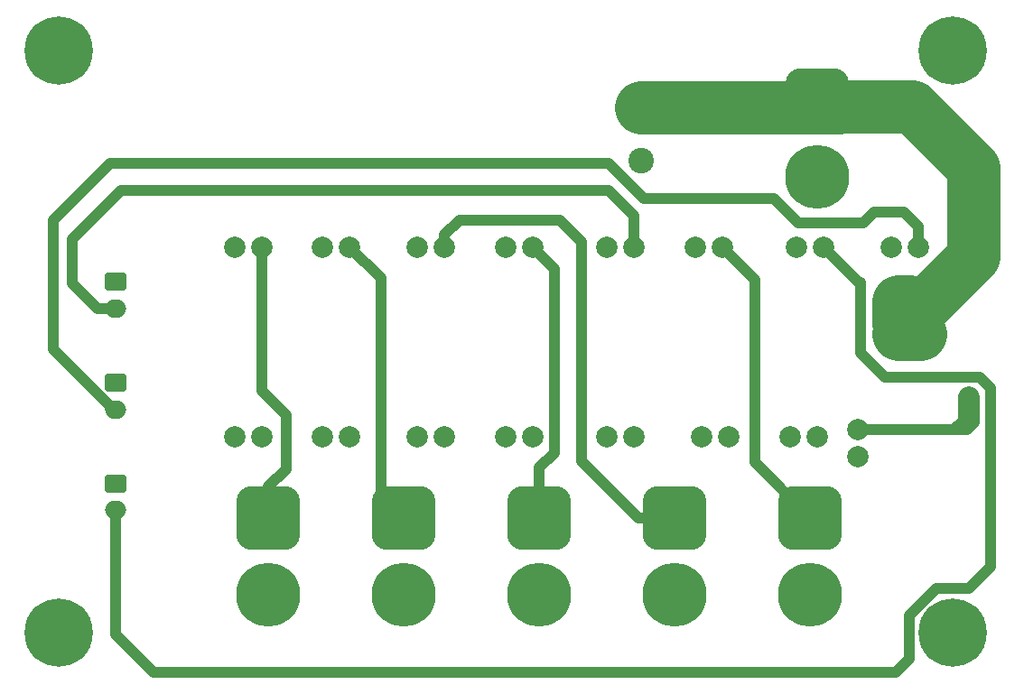
<source format=gbr>
%TF.GenerationSoftware,KiCad,Pcbnew,7.0.5*%
%TF.CreationDate,2023-08-26T19:15:34+09:00*%
%TF.ProjectId,18to12_DCDC,3138746f-3132-45f4-9443-44432e6b6963,rev?*%
%TF.SameCoordinates,Original*%
%TF.FileFunction,Copper,L2,Bot*%
%TF.FilePolarity,Positive*%
%FSLAX46Y46*%
G04 Gerber Fmt 4.6, Leading zero omitted, Abs format (unit mm)*
G04 Created by KiCad (PCBNEW 7.0.5) date 2023-08-26 19:15:34*
%MOMM*%
%LPD*%
G01*
G04 APERTURE LIST*
G04 Aperture macros list*
%AMRoundRect*
0 Rectangle with rounded corners*
0 $1 Rounding radius*
0 $2 $3 $4 $5 $6 $7 $8 $9 X,Y pos of 4 corners*
0 Add a 4 corners polygon primitive as box body*
4,1,4,$2,$3,$4,$5,$6,$7,$8,$9,$2,$3,0*
0 Add four circle primitives for the rounded corners*
1,1,$1+$1,$2,$3*
1,1,$1+$1,$4,$5*
1,1,$1+$1,$6,$7*
1,1,$1+$1,$8,$9*
0 Add four rect primitives between the rounded corners*
20,1,$1+$1,$2,$3,$4,$5,0*
20,1,$1+$1,$4,$5,$6,$7,0*
20,1,$1+$1,$6,$7,$8,$9,0*
20,1,$1+$1,$8,$9,$2,$3,0*%
G04 Aperture macros list end*
%TA.AperFunction,ComponentPad*%
%ADD10C,0.800000*%
%TD*%
%TA.AperFunction,ComponentPad*%
%ADD11C,6.400000*%
%TD*%
%TA.AperFunction,ComponentPad*%
%ADD12C,2.000000*%
%TD*%
%TA.AperFunction,ComponentPad*%
%ADD13RoundRect,0.250000X-0.750000X0.600000X-0.750000X-0.600000X0.750000X-0.600000X0.750000X0.600000X0*%
%TD*%
%TA.AperFunction,ComponentPad*%
%ADD14O,2.000000X1.700000*%
%TD*%
%TA.AperFunction,ComponentPad*%
%ADD15C,6.000000*%
%TD*%
%TA.AperFunction,ComponentPad*%
%ADD16RoundRect,1.500000X1.500000X-1.500000X1.500000X1.500000X-1.500000X1.500000X-1.500000X-1.500000X0*%
%TD*%
%TA.AperFunction,ComponentPad*%
%ADD17R,2.400000X2.400000*%
%TD*%
%TA.AperFunction,ComponentPad*%
%ADD18C,2.400000*%
%TD*%
%TA.AperFunction,ViaPad*%
%ADD19C,0.800000*%
%TD*%
%TA.AperFunction,Conductor*%
%ADD20C,2.000000*%
%TD*%
%TA.AperFunction,Conductor*%
%ADD21C,1.000000*%
%TD*%
%TA.AperFunction,Conductor*%
%ADD22C,5.000000*%
%TD*%
G04 APERTURE END LIST*
D10*
%TO.P,H2,1*%
%TO.N,N/C*%
X81420000Y-131445000D03*
X82122944Y-129747944D03*
X82122944Y-133142056D03*
X83820000Y-129045000D03*
D11*
X83820000Y-131445000D03*
D10*
X83820000Y-133845000D03*
X85517056Y-129747944D03*
X85517056Y-133142056D03*
X86220000Y-131445000D03*
%TD*%
D12*
%TO.P,C6,1*%
%TO.N,+18*%
X128270000Y-113030000D03*
%TO.P,C6,2*%
%TO.N,GND*%
X125730000Y-113030000D03*
%TD*%
%TO.P,C14,1*%
%TO.N,GND*%
X135255000Y-95250000D03*
%TO.P,C14,2*%
%TO.N,Net-(J7-Pin_2)*%
X137795000Y-95250000D03*
%TD*%
%TO.P,C17,1*%
%TO.N,GND*%
X161925000Y-95250000D03*
%TO.P,C17,2*%
%TO.N,Net-(J8-Pin_2)*%
X164465000Y-95250000D03*
%TD*%
D10*
%TO.P,H4,1*%
%TO.N,N/C*%
X165240000Y-76835000D03*
X165942944Y-75137944D03*
X165942944Y-78532056D03*
X167640000Y-74435000D03*
D11*
X167640000Y-76835000D03*
D10*
X167640000Y-79235000D03*
X169337056Y-75137944D03*
X169337056Y-78532056D03*
X170040000Y-76835000D03*
%TD*%
D13*
%TO.P,J7,1,Pin_1*%
%TO.N,GND*%
X89175000Y-98520000D03*
D14*
%TO.P,J7,2,Pin_2*%
%TO.N,Net-(J7-Pin_2)*%
X89175000Y-101020000D03*
%TD*%
D12*
%TO.P,C13,1*%
%TO.N,GND*%
X143510000Y-95250000D03*
%TO.P,C13,2*%
%TO.N,Net-(J6-Pin_2)*%
X146050000Y-95250000D03*
%TD*%
D15*
%TO.P,J6,1,Pin_1*%
%TO.N,GND*%
X154305000Y-127850000D03*
D16*
%TO.P,J6,2,Pin_2*%
%TO.N,Net-(J6-Pin_2)*%
X154305000Y-120650000D03*
%TD*%
D15*
%TO.P,J4,1,Pin_1*%
%TO.N,GND*%
X128905000Y-127850000D03*
D16*
%TO.P,J4,2,Pin_2*%
%TO.N,Net-(J4-Pin_2)*%
X128905000Y-120650000D03*
%TD*%
D12*
%TO.P,C3,1*%
%TO.N,GND*%
X158750000Y-114935000D03*
%TO.P,C3,2*%
%TO.N,+18*%
X158750000Y-112395000D03*
%TD*%
D13*
%TO.P,J8,1,Pin_1*%
%TO.N,GND*%
X89175000Y-107970000D03*
D14*
%TO.P,J8,2,Pin_2*%
%TO.N,Net-(J8-Pin_2)*%
X89175000Y-110470000D03*
%TD*%
D13*
%TO.P,J9,1,Pin_1*%
%TO.N,GND*%
X89175000Y-117420000D03*
D14*
%TO.P,J9,2,Pin_2*%
%TO.N,Net-(J9-Pin_2)*%
X89175000Y-119920000D03*
%TD*%
D10*
%TO.P,H3,1*%
%TO.N,N/C*%
X165240000Y-131445000D03*
X165942944Y-129747944D03*
X165942944Y-133142056D03*
X167640000Y-129045000D03*
D11*
X167640000Y-131445000D03*
D10*
X167640000Y-133845000D03*
X169337056Y-129747944D03*
X169337056Y-133142056D03*
X170040000Y-131445000D03*
%TD*%
D17*
%TO.P,C1,1*%
%TO.N,+18*%
X138430000Y-82139785D03*
D18*
%TO.P,C1,2*%
%TO.N,GND*%
X138430000Y-87139785D03*
%TD*%
D12*
%TO.P,C9,1*%
%TO.N,+18*%
X102870000Y-113030000D03*
%TO.P,C9,2*%
%TO.N,GND*%
X100330000Y-113030000D03*
%TD*%
%TO.P,C5,1*%
%TO.N,+18*%
X137795000Y-113030000D03*
%TO.P,C5,2*%
%TO.N,GND*%
X135255000Y-113030000D03*
%TD*%
%TO.P,C18,1*%
%TO.N,GND*%
X153035000Y-95250000D03*
%TO.P,C18,2*%
%TO.N,Net-(J9-Pin_2)*%
X155575000Y-95250000D03*
%TD*%
%TO.P,C15,1*%
%TO.N,GND*%
X125730000Y-95250000D03*
%TO.P,C15,2*%
%TO.N,Net-(J4-Pin_2)*%
X128270000Y-95250000D03*
%TD*%
D15*
%TO.P,J5,1,Pin_1*%
%TO.N,GND*%
X141605000Y-127850000D03*
D16*
%TO.P,J5,2,Pin_2*%
%TO.N,Net-(J5-Pin_2)*%
X141605000Y-120650000D03*
%TD*%
D10*
%TO.P,H1,1*%
%TO.N,N/C*%
X81420000Y-76835000D03*
X82122944Y-75137944D03*
X82122944Y-78532056D03*
X83820000Y-74435000D03*
D11*
X83820000Y-76835000D03*
D10*
X83820000Y-79235000D03*
X85517056Y-75137944D03*
X85517056Y-78532056D03*
X86220000Y-76835000D03*
%TD*%
D15*
%TO.P,J3,1,Pin_1*%
%TO.N,GND*%
X116205000Y-127850000D03*
D16*
%TO.P,J3,2,Pin_2*%
%TO.N,Net-(J3-Pin_2)*%
X116205000Y-120650000D03*
%TD*%
D12*
%TO.P,C2,1*%
%TO.N,+18*%
X154940000Y-113030000D03*
%TO.P,C2,2*%
%TO.N,GND*%
X152400000Y-113030000D03*
%TD*%
%TO.P,C8,1*%
%TO.N,+18*%
X111125000Y-113030000D03*
%TO.P,C8,2*%
%TO.N,GND*%
X108585000Y-113030000D03*
%TD*%
%TO.P,C12,1*%
%TO.N,GND*%
X117475000Y-95250000D03*
%TO.P,C12,2*%
%TO.N,Net-(J5-Pin_2)*%
X120015000Y-95250000D03*
%TD*%
%TO.P,C11,1*%
%TO.N,GND*%
X108585000Y-95250000D03*
%TO.P,C11,2*%
%TO.N,Net-(J3-Pin_2)*%
X111125000Y-95250000D03*
%TD*%
D15*
%TO.P,J1,1,Pin_1*%
%TO.N,GND*%
X154940000Y-88690000D03*
D16*
%TO.P,J1,2,Pin_2*%
%TO.N,+18*%
X154940000Y-81490000D03*
%TD*%
D15*
%TO.P,J2,1,Pin_1*%
%TO.N,GND*%
X103505000Y-127850000D03*
D16*
%TO.P,J2,2,Pin_2*%
%TO.N,Net-(J2-Pin_2)*%
X103505000Y-120650000D03*
%TD*%
D12*
%TO.P,C4,1*%
%TO.N,+18*%
X146685000Y-113030000D03*
%TO.P,C4,2*%
%TO.N,GND*%
X144145000Y-113030000D03*
%TD*%
%TO.P,C7,1*%
%TO.N,+18*%
X120015000Y-113030000D03*
%TO.P,C7,2*%
%TO.N,GND*%
X117475000Y-113030000D03*
%TD*%
%TO.P,C10,1*%
%TO.N,GND*%
X100330000Y-95250000D03*
%TO.P,C10,2*%
%TO.N,Net-(J2-Pin_2)*%
X102870000Y-95250000D03*
%TD*%
D19*
%TO.N,+18*%
X168656000Y-109474000D03*
X163576000Y-102362000D03*
X162560000Y-102362000D03*
X164592000Y-101346000D03*
X169672000Y-109474000D03*
X169672000Y-111506000D03*
X168656000Y-111506000D03*
X165608000Y-103378000D03*
X162560000Y-101346000D03*
X164592000Y-102362000D03*
X164592000Y-103378000D03*
X163576000Y-100330000D03*
X163576000Y-101346000D03*
X164592000Y-100330000D03*
X162560000Y-103378000D03*
X169672000Y-110490000D03*
X168656000Y-110490000D03*
X163576000Y-103378000D03*
X162560000Y-100330000D03*
%TD*%
D20*
%TO.N,+18*%
X169164000Y-111379000D02*
X169164000Y-109347000D01*
D21*
X169672000Y-111696500D02*
X168973500Y-112395000D01*
D22*
X169585000Y-87797000D02*
X169585000Y-96099000D01*
X163576000Y-103378000D02*
X162560000Y-103378000D01*
X138430000Y-82139785D02*
X156982785Y-82139785D01*
X157080570Y-82042000D02*
X163830000Y-82042000D01*
X162560000Y-100330000D02*
X162560000Y-101346000D01*
X163576000Y-100330000D02*
X162560000Y-100330000D01*
X162560000Y-101346000D02*
X162560000Y-102362000D01*
X164592000Y-103378000D02*
X163576000Y-103378000D01*
D21*
X158750000Y-112395000D02*
X167767000Y-112395000D01*
D22*
X156982785Y-82139785D02*
X157080570Y-82042000D01*
D21*
X168973500Y-112395000D02*
X167322500Y-112395000D01*
D22*
X163830000Y-82042000D02*
X169585000Y-87797000D01*
D21*
X169672000Y-111506000D02*
X169672000Y-111696500D01*
X167767000Y-112395000D02*
X168656000Y-111506000D01*
D22*
X169585000Y-96099000D02*
X165354000Y-100330000D01*
D21*
%TO.N,Net-(J9-Pin_2)*%
X89175000Y-119920000D02*
X89175000Y-131593000D01*
X163576000Y-133858000D02*
X163576000Y-129794000D01*
X166116000Y-127254000D02*
X169164000Y-127254000D01*
X159004000Y-98552000D02*
X158877000Y-98552000D01*
X89175000Y-131593000D02*
X92710000Y-135128000D01*
X159004000Y-105156000D02*
X159004000Y-98552000D01*
X162306000Y-135128000D02*
X163576000Y-133858000D01*
X163576000Y-129794000D02*
X166116000Y-127254000D01*
X171196000Y-108458000D02*
X170180000Y-107442000D01*
X171196000Y-125222000D02*
X171196000Y-108458000D01*
X169164000Y-127254000D02*
X171196000Y-125222000D01*
X92710000Y-135128000D02*
X162306000Y-135128000D01*
X161290000Y-107442000D02*
X159004000Y-105156000D01*
X170180000Y-107442000D02*
X161290000Y-107442000D01*
X158877000Y-98552000D02*
X155575000Y-95250000D01*
%TO.N,Net-(J8-Pin_2)*%
X88981497Y-110470000D02*
X83312000Y-104800503D01*
X164465000Y-93345000D02*
X164465000Y-95250000D01*
X138684000Y-90678000D02*
X150876000Y-90678000D01*
X159258000Y-92964000D02*
X160274000Y-91948000D01*
X83312000Y-104800503D02*
X83312000Y-92710000D01*
X163068000Y-91948000D02*
X164465000Y-93345000D01*
X160274000Y-91948000D02*
X163068000Y-91948000D01*
X153162000Y-92964000D02*
X159258000Y-92964000D01*
X88646000Y-87376000D02*
X135382000Y-87376000D01*
X83312000Y-92710000D02*
X88646000Y-87376000D01*
X89175000Y-110470000D02*
X88981497Y-110470000D01*
X135382000Y-87376000D02*
X138684000Y-90678000D01*
X150876000Y-90678000D02*
X153162000Y-92964000D01*
%TO.N,Net-(J6-Pin_2)*%
X154305000Y-120650000D02*
X149098000Y-115443000D01*
X149098000Y-115443000D02*
X149098000Y-98298000D01*
X149098000Y-98298000D02*
X146050000Y-95250000D01*
%TO.N,Net-(J7-Pin_2)*%
X87475000Y-101020000D02*
X85090000Y-98635000D01*
X89662000Y-89916000D02*
X135382000Y-89916000D01*
X89175000Y-101020000D02*
X87475000Y-101020000D01*
X85090000Y-94488000D02*
X89662000Y-89916000D01*
X137795000Y-92329000D02*
X137795000Y-95250000D01*
X85090000Y-98635000D02*
X85090000Y-94488000D01*
X135382000Y-89916000D02*
X137795000Y-92329000D01*
%TO.N,Net-(J4-Pin_2)*%
X130302000Y-97282000D02*
X128270000Y-95250000D01*
X130302000Y-114554000D02*
X130302000Y-97282000D01*
X128905000Y-120650000D02*
X128905000Y-115951000D01*
X128905000Y-115951000D02*
X130302000Y-114554000D01*
%TO.N,Net-(J5-Pin_2)*%
X132842000Y-94742000D02*
X130810000Y-92710000D01*
X141605000Y-120650000D02*
X138176000Y-120650000D01*
X130810000Y-92710000D02*
X121412000Y-92710000D01*
X132842000Y-115316000D02*
X132842000Y-94742000D01*
X121412000Y-92710000D02*
X120015000Y-94107000D01*
X138176000Y-120650000D02*
X132842000Y-115316000D01*
X120015000Y-94107000D02*
X120015000Y-95250000D01*
%TO.N,Net-(J3-Pin_2)*%
X114046000Y-118491000D02*
X114046000Y-98171000D01*
X116205000Y-120650000D02*
X114046000Y-118491000D01*
X114046000Y-98171000D02*
X111125000Y-95250000D01*
%TO.N,Net-(J2-Pin_2)*%
X103505000Y-120650000D02*
X103505000Y-117729000D01*
X105156000Y-110998000D02*
X102870000Y-108712000D01*
X105156000Y-116078000D02*
X105156000Y-110998000D01*
X102870000Y-108712000D02*
X102870000Y-95250000D01*
X103505000Y-117729000D02*
X105156000Y-116078000D01*
%TD*%
M02*

</source>
